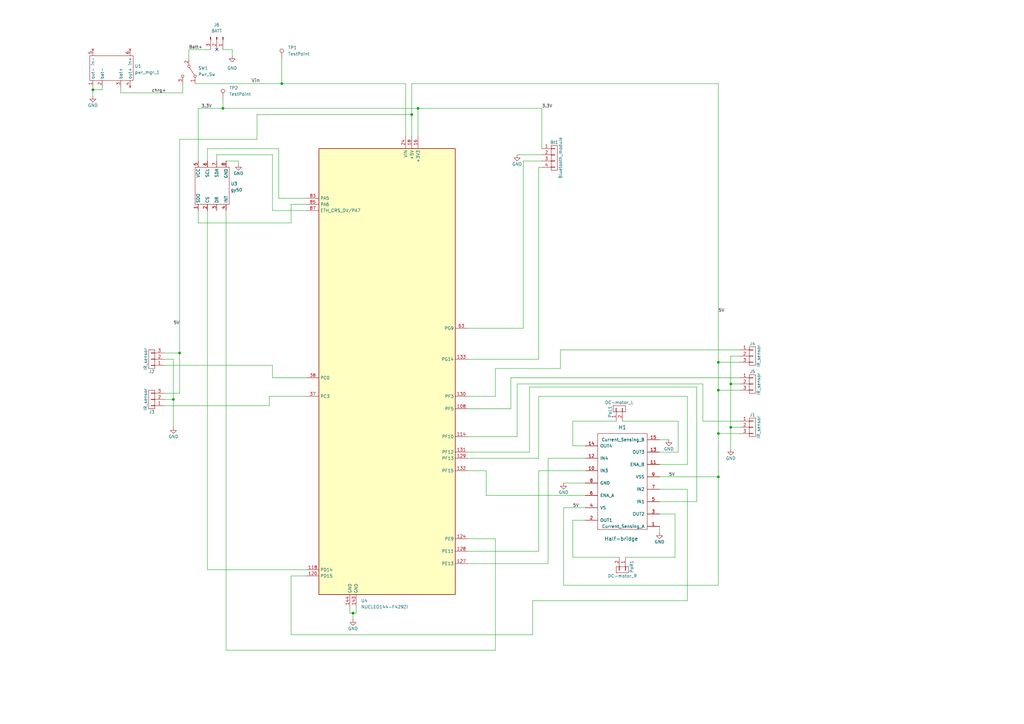
<source format=kicad_sch>
(kicad_sch (version 20211123) (generator eeschema)
  (paper "A3")
  (lib_symbols
    (symbol "Connector:Conn_01x03_Male" (pin_names (offset 1.016) hide)
      (property "Reference" "J" (at 0 5.08 0))
      (property "Value" "Conn_01x03_Male" (at 0 -5.08 0))
      (symbol "Conn_01x03_Male_1_1"
        (polyline (pts (xy 1.27 -2.54) (xy 0.8636 -2.54)) (stroke (width 0.1524)))
        (polyline (pts (xy 1.27 0) (xy 0.8636 0)) (stroke (width 0.1524)))
        (polyline (pts (xy 1.27 2.54) (xy 0.8636 2.54)) (stroke (width 0.1524)))
        (rectangle (start 0.8636 -2.413) (end 0 -2.667) (stroke (width 0.1524)) (fill (type outline)))
        (rectangle (start 0.8636 0.127) (end 0 -0.127) (stroke (width 0.1524)) (fill (type outline)))
        (rectangle (start 0.8636 2.667) (end 0 2.413) (stroke (width 0.1524)) (fill (type outline)))
        (pin passive line (at 5.08 2.54 180) (length 3.81) (name "Pin_1") (number "1"))
        (pin passive line (at 5.08 0 180) (length 3.81) (name "Pin_2") (number "2"))
        (pin passive line (at 5.08 -2.54 180) (length 3.81) (name "Pin_3") (number "3"))
      )
    )
    (symbol "Connector:TestPoint" (pin_numbers hide) (pin_names (offset 0.762) hide)
      (property "Reference" "TP" (at 0 6.858 0))
      (property "Value" "TestPoint" (at 0 5.08 0))
      (symbol "TestPoint_0_1"
        (circle (center 0 3.302) (radius 0.762))
      )
      (symbol "TestPoint_1_1"
        (pin passive line (at 0 0 90) (length 2.54) (name "1") (number "1"))
      )
    )
    (symbol "MCU_Module:NUCLEO144-F429ZI"
      (property "Reference" "U4" (at -4.3306 -93.98 0))
      (property "Value" "NUCLEO144-F429ZI" (at -4.3306 -96.52 0))
      (symbol "NUCLEO144-F429ZI_0_1"
        (rectangle (start -21.59 91.44) (end 34.29 -91.44) (stroke (width 0.254)) (fill (type background)))
      )
      (symbol "NUCLEO144-F429ZI_1_1"
        (pin bidirectional line (at 39.37 -15.24 180) (length 5.08) (name "PF5") (number "108"))
        (pin bidirectional line (at 39.37 -26.67 180) (length 5.08) (name "PF10") (number "114"))
        (pin bidirectional line (at -26.67 -81.28 0) (length 5.08) (name "PD14") (number "118"))
        (pin bidirectional line (at -26.67 -83.82 0) (length 5.08) (name "PD15") (number "120"))
        (pin bidirectional line (at 39.37 -68.58 180) (length 5.08) (name "PE9") (number "124"))
        (pin bidirectional line (at 39.37 -78.74 180) (length 5.08) (name "PE13") (number "127"))
        (pin bidirectional line (at 39.37 -73.66 180) (length 5.08) (name "PE11") (number "128"))
        (pin bidirectional line (at 39.37 -35.56 180) (length 5.08) (name "PF13") (number "129"))
        (pin bidirectional line (at 39.37 -10.16 180) (length 5.08) (name "PF3") (number "130"))
        (pin bidirectional line (at 39.37 -33.02 180) (length 5.08) (name "PF12") (number "131"))
        (pin bidirectional line (at 39.37 -40.64 180) (length 5.08) (name "PF15") (number "132"))
        (pin bidirectional line (at 39.37 5.08 180) (length 5.08) (name "PG14") (number "133"))
        (pin power_in line (at -6.35 -96.52 90) (length 5.08) (name "GND") (number "143"))
        (pin power_in line (at -8.89 -96.52 90) (length 5.08) (name "GND") (number "144"))
        (pin power_in line (at 19.05 96.52 270) (length 5.08) (name "+3V3") (number "16"))
        (pin power_in line (at 16.51 96.52 270) (length 5.08) (name "+5V") (number "18"))
        (pin power_in line (at 13.97 96.52 270) (length 5.08) (name "VIN") (number "24"))
        (pin bidirectional line (at -26.67 -10.16 0) (length 5.08) (name "PC3") (number "37"))
        (pin bidirectional line (at -26.67 -2.54 0) (length 5.08) (name "PC0") (number "38"))
        (pin bidirectional line (at 39.37 17.78 180) (length 5.08) (name "PG9") (number "63"))
        (pin bidirectional line (at -26.67 71.12 0) (length 5.08) (name "PA5") (number "83"))
        (pin bidirectional line (at -26.67 68.58 0) (length 5.08) (name "PA6") (number "85"))
        (pin bidirectional line (at -26.67 66.04 0) (length 5.08) (name "ETH_CRS_DV/PA7") (number "87"))
      )
    )
    (symbol "Switch:SW_SPDT" (pin_names (offset 0) hide)
      (property "Reference" "SW" (at 0 4.318 0))
      (property "Value" "SW_SPDT" (at 0 -5.08 0))
      (symbol "SW_SPDT_0_0"
        (circle (center -2.032 0) (radius 0.508))
        (circle (center 2.032 -2.54) (radius 0.508))
      )
      (symbol "SW_SPDT_0_1"
        (polyline (pts (xy -1.524 0.254) (xy 1.651 2.286)))
        (circle (center 2.032 2.54) (radius 0.508))
      )
      (symbol "SW_SPDT_1_1"
        (pin passive line (at 5.08 2.54 180) (length 2.54) (name "A") (number "1"))
        (pin passive line (at -5.08 0 0) (length 2.54) (name "B") (number "2"))
        (pin passive line (at 5.08 -2.54 180) (length 2.54) (name "C") (number "3"))
      )
    )
    (symbol "ardu_auto2_0-rescue:CONN_01X02-Arduino_shield-rescue" (pin_names (offset 1.016) hide)
      (property "Reference" "J" (at 0 3.81 0))
      (property "Value" "CONN_01X02-Arduino_shield-rescue" (at 2.54 0 90))
      (symbol "CONN_01X02-Arduino_shield-rescue_0_1"
        (rectangle (start -1.27 -1.143) (end 0.254 -1.397))
        (rectangle (start -1.27 1.397) (end 0.254 1.143))
        (rectangle (start -1.27 2.54) (end 1.27 -2.54))
      )
      (symbol "CONN_01X02-Arduino_shield-rescue_1_1"
        (pin passive line (at -5.08 1.27 0) (length 3.81) (name "P1") (number "1"))
        (pin passive line (at -5.08 -1.27 0) (length 3.81) (name "P2") (number "2"))
      )
    )
    (symbol "ardu_auto2_0-rescue:CONN_01X03-Arduino_shield-rescue" (pin_names (offset 1.016) hide)
      (property "Reference" "J" (at 0 5.08 0))
      (property "Value" "CONN_01X03-Arduino_shield-rescue" (at 2.54 0 90))
      (symbol "CONN_01X03-Arduino_shield-rescue_0_1"
        (rectangle (start -1.27 -2.413) (end 0.254 -2.667))
        (rectangle (start -1.27 0.127) (end 0.254 -0.127))
        (rectangle (start -1.27 2.667) (end 0.254 2.413))
        (rectangle (start -1.27 3.81) (end 1.27 -3.81))
      )
      (symbol "CONN_01X03-Arduino_shield-rescue_1_1"
        (pin passive line (at -5.08 2.54 0) (length 3.81) (name "P1") (number "1"))
        (pin passive line (at -5.08 0 0) (length 3.81) (name "P2") (number "2"))
        (pin passive line (at -5.08 -2.54 0) (length 3.81) (name "P3") (number "3"))
      )
    )
    (symbol "ardu_auto2_0-rescue:CONN_01X04-Arduino_shield-rescue" (pin_names (offset 1.016) hide)
      (property "Reference" "J" (at 0 6.35 0))
      (property "Value" "CONN_01X04-Arduino_shield-rescue" (at 2.54 0 90))
      (symbol "CONN_01X04-Arduino_shield-rescue_0_1"
        (rectangle (start -1.27 -3.683) (end 0.254 -3.937))
        (rectangle (start -1.27 -1.143) (end 0.254 -1.397))
        (rectangle (start -1.27 1.397) (end 0.254 1.143))
        (rectangle (start -1.27 3.937) (end 0.254 3.683))
        (rectangle (start -1.27 5.08) (end 1.27 -5.08))
      )
      (symbol "CONN_01X04-Arduino_shield-rescue_1_1"
        (pin passive line (at -5.08 3.81 0) (length 3.81) (name "P1") (number "1"))
        (pin passive line (at -5.08 1.27 0) (length 3.81) (name "P2") (number "2"))
        (pin passive line (at -5.08 -1.27 0) (length 3.81) (name "P3") (number "3"))
        (pin passive line (at -5.08 -3.81 0) (length 3.81) (name "P4") (number "4"))
      )
    )
    (symbol "ardu_auto2_0-rescue:Half-bridge-Arduino_shield-rescue" (pin_names (offset 1.016))
      (property "Reference" "U" (at -15.24 40.64 0))
      (property "Value" "Half-bridge-Arduino_shield-rescue" (at -13.97 -5.08 0))
      (symbol "Half-bridge-Arduino_shield-rescue_0_1"
        (rectangle (start -25.4 38.1) (end -5.08 -1.27))
      )
      (symbol "Half-bridge-Arduino_shield-rescue_1_1"
        (pin input line (at 0 0 180) (length 5.08) (name "Current_Sensing_A") (number "1"))
        (pin input line (at -30.48 22.86 0) (length 5.08) (name "IN3") (number "10"))
        (pin input line (at 0 25.4 180) (length 5.08) (name "ENA_B") (number "11"))
        (pin input line (at -30.48 27.94 0) (length 5.08) (name "IN4") (number "12"))
        (pin input line (at 0 30.48 180) (length 5.08) (name "OUT3") (number "13"))
        (pin input line (at -30.48 33.02 0) (length 5.08) (name "OUT4") (number "14"))
        (pin input line (at 0 35.56 180) (length 5.08) (name "Current_Sensing_B") (number "15"))
        (pin input line (at -30.48 2.54 0) (length 5.08) (name "OUT1") (number "2"))
        (pin input line (at 0 5.08 180) (length 5.08) (name "OUT2") (number "3"))
        (pin input line (at -30.48 7.62 0) (length 5.08) (name "VS") (number "4"))
        (pin input line (at 0 10.16 180) (length 5.08) (name "IN1") (number "5"))
        (pin input line (at -30.48 12.7 0) (length 5.08) (name "ENA_A") (number "6"))
        (pin input line (at 0 15.24 180) (length 5.08) (name "IN2") (number "7"))
        (pin input line (at -30.48 17.78 0) (length 5.08) (name "GND") (number "8"))
        (pin input line (at 0 20.32 180) (length 5.08) (name "VSS") (number "9"))
      )
    )
    (symbol "power:GND" (power) (pin_names (offset 0))
      (property "Value" "GND" (at 0 -3.81 0))
      (symbol "GND_0_1"
        (polyline (pts (xy 0 0) (xy 0 -1.27) (xy 1.27 -1.27) (xy 0 -2.54) (xy -1.27 -1.27) (xy 0 -1.27)))
      )
      (symbol "GND_1_1"
        (pin power_in line (at 0 0 270) (length 0) hide (name "GND") (number "1"))
      )
    )
    (symbol "pwr_mgr:gy50"
      (property "Reference" "U3" (at 13.335 10.9947 0))
      (property "Value" "gy50" (at 13.335 8.4578 0))
      (symbol "gy50_0_1"
        (rectangle (start -1.27 17.78) (end 12.7 2.54))
      )
      (symbol "gy50_1_1"
        (pin output line (at 0 0 90) (length 2.54) (name "SDO") (number "1"))
        (pin output line (at 3.81 0 90) (length 2.54) (name "CS") (number "2"))
        (pin output line (at 7.62 0 90) (length 2.54) (name "DR") (number "3"))
        (pin output line (at 11.43 0 90) (length 2.54) (name "INT") (number "4"))
        (pin input line (at 0 20.32 270) (length 2.54) (name "VCC") (number "5"))
        (pin input line (at 3.81 20.32 270) (length 2.54) (name "SCL") (number "6"))
        (pin bidirectional line (at 7.62 20.32 270) (length 2.54) (name "SDA") (number "7"))
        (pin bidirectional line (at 11.43 20.32 270) (length 2.54) (name "GND") (number "8"))
      )
    )
    (symbol "pwr_mgr:pwr_mgr_1"
      (property "Reference" "U1" (at 17.145 8.4547 0))
      (property "Value" "pwr_mgr_1" (at 17.145 5.9178 0))
      (symbol "pwr_mgr_1_0_1"
        (rectangle (start -1.27 12.7) (end 16.51 2.54))
      )
      (symbol "pwr_mgr_1_1_1"
        (pin bidirectional line (at 0 0 90) (length 2.54) (name "out-") (number "1"))
        (pin power_out line (at 3.81 0 90) (length 2.54) (name "bat-") (number "2"))
        (pin output line (at 11.43 0 90) (length 2.54) (name "bat+") (number "3"))
        (pin no_connect line (at 15.24 0 90) (length 2.54) (name "out+") (number "4"))
        (pin no_connect line (at 0 15.24 270) (length 2.54) (name "in-") (number "5"))
        (pin no_connect line (at 15.24 15.24 270) (length 2.54) (name "in+") (number "6"))
      )
    )
  )
  (junction (at 294.64 177.8))
  (junction (at 73.66 144.78))
  (junction (at 168.91 46.99))
  (junction (at 299.72 157.48))
  (junction (at 294.64 195.58))
  (junction (at 71.12 163.83))
  (junction (at 171.45 44.45))
  (junction (at 294.64 160.02))
  (junction (at 91.44 44.45))
  (junction (at 115.57 34.29))
  (junction (at 144.78 251.46))
  (junction (at 294.64 148.59))
  (junction (at 38.1 36.83))
  (junction (at 299.72 175.26))
  (no_connect (at 88.9 20.32))
  (wire (pts (xy 231.14 208.28) (xy 240.03 208.28)))
  (wire (pts (xy 88.9 63.5) (xy 111.76 63.5)))
  (wire (pts (xy 270.51 185.42) (xy 278.13 185.42)))
  (wire (pts (xy 294.64 34.29) (xy 294.64 148.59)))
  (wire (pts (xy 67.31 149.86) (xy 111.76 149.86)))
  (wire (pts (xy 81.28 44.45) (xy 81.28 66.04)))
  (wire (pts (xy 294.64 34.29) (xy 168.91 34.29)))
  (wire (pts (xy 255.27 172.72) (xy 278.13 172.72)))
  (wire (pts (xy 67.31 163.83) (xy 71.12 163.83)))
  (wire (pts (xy 67.31 166.37) (xy 110.49 166.37)))
  (wire (pts (xy 92.71 66.04) (xy 97.79 66.04)))
  (wire (pts (xy 270.51 205.74) (xy 285.75 205.74)))
  (wire (pts (xy 270.51 195.58) (xy 294.64 195.58)))
  (wire (pts (xy 71.12 163.83) (xy 71.12 175.26)))
  (wire (pts (xy 49.53 38.1) (xy 74.93 38.1)))
  (wire (pts (xy 224.79 231.14) (xy 191.77 231.14)))
  (wire (pts (xy 234.95 213.36) (xy 240.03 213.36)))
  (wire (pts (xy 224.79 187.96) (xy 224.79 231.14)))
  (wire (pts (xy 85.09 60.96) (xy 114.3 60.96)))
  (wire (pts (xy 77.47 24.13) (xy 77.47 20.32)))
  (wire (pts (xy 92.71 266.7) (xy 203.2 266.7)))
  (wire (pts (xy 199.39 203.2) (xy 199.39 193.04)))
  (wire (pts (xy 303.53 154.94) (xy 209.55 154.94)))
  (wire (pts (xy 73.66 57.15) (xy 105.41 57.15)))
  (wire (pts (xy 270.51 215.9) (xy 270.51 218.44)))
  (wire (pts (xy 166.37 55.88) (xy 166.37 34.29)))
  (wire (pts (xy 81.28 86.36) (xy 81.28 91.44)))
  (wire (pts (xy 77.47 20.32) (xy 86.36 20.32)))
  (wire (pts (xy 229.87 151.13) (xy 203.2 151.13)))
  (wire (pts (xy 67.31 147.32) (xy 71.12 147.32)))
  (wire (pts (xy 288.29 157.48) (xy 212.09 157.48)))
  (wire (pts (xy 294.64 160.02) (xy 303.53 160.02)))
  (wire (pts (xy 220.98 147.32) (xy 191.77 147.32)))
  (wire (pts (xy 168.91 46.99) (xy 168.91 55.88)))
  (wire (pts (xy 294.64 148.59) (xy 303.53 148.59)))
  (wire (pts (xy 254 228.6) (xy 234.95 228.6)))
  (wire (pts (xy 218.44 246.38) (xy 218.44 260.35)))
  (wire (pts (xy 299.72 175.26) (xy 299.72 184.15)))
  (wire (pts (xy 111.76 63.5) (xy 111.76 86.36)))
  (wire (pts (xy 144.78 251.46) (xy 144.78 254)))
  (wire (pts (xy 91.44 44.45) (xy 171.45 44.45)))
  (wire (pts (xy 222.25 44.45) (xy 171.45 44.45)))
  (wire (pts (xy 218.44 260.35) (xy 119.38 260.35)))
  (wire (pts (xy 92.71 86.36) (xy 92.71 266.7)))
  (wire (pts (xy 95.25 20.32) (xy 95.25 22.86)))
  (wire (pts (xy 220.98 162.56) (xy 220.98 187.96)))
  (wire (pts (xy 294.64 177.8) (xy 294.64 195.58)))
  (wire (pts (xy 299.72 157.48) (xy 303.53 157.48)))
  (wire (pts (xy 252.73 172.72) (xy 234.95 172.72)))
  (wire (pts (xy 146.05 251.46) (xy 144.78 251.46)))
  (wire (pts (xy 85.09 60.96) (xy 85.09 66.04)))
  (wire (pts (xy 114.3 60.96) (xy 114.3 81.28)))
  (wire (pts (xy 229.87 143.51) (xy 303.53 143.51)))
  (wire (pts (xy 91.44 40.64) (xy 91.44 44.45)))
  (wire (pts (xy 111.76 149.86) (xy 111.76 154.94)))
  (wire (pts (xy 234.95 172.72) (xy 234.95 182.88)))
  (wire (pts (xy 217.17 158.75) (xy 217.17 185.42)))
  (wire (pts (xy 119.38 91.44) (xy 119.38 83.82)))
  (wire (pts (xy 91.44 20.32) (xy 95.25 20.32)))
  (wire (pts (xy 80.01 34.29) (xy 115.57 34.29)))
  (wire (pts (xy 212.09 63.5) (xy 222.25 63.5)))
  (wire (pts (xy 240.03 203.2) (xy 199.39 203.2)))
  (wire (pts (xy 191.77 179.07) (xy 212.09 179.07)))
  (wire (pts (xy 234.95 228.6) (xy 234.95 213.36)))
  (wire (pts (xy 220.98 68.58) (xy 220.98 147.32)))
  (wire (pts (xy 299.72 175.26) (xy 303.53 175.26)))
  (wire (pts (xy 209.55 167.64) (xy 191.77 167.64)))
  (wire (pts (xy 71.12 147.32) (xy 71.12 163.83)))
  (wire (pts (xy 214.63 134.62) (xy 191.77 134.62)))
  (wire (pts (xy 114.3 81.28) (xy 125.73 81.28)))
  (wire (pts (xy 276.86 228.6) (xy 276.86 210.82)))
  (wire (pts (xy 38.1 36.83) (xy 38.1 39.37)))
  (wire (pts (xy 294.64 148.59) (xy 294.64 160.02)))
  (wire (pts (xy 146.05 248.92) (xy 146.05 251.46)))
  (wire (pts (xy 234.95 182.88) (xy 240.03 182.88)))
  (wire (pts (xy 281.94 200.66) (xy 281.94 246.38)))
  (wire (pts (xy 143.51 248.92) (xy 143.51 251.46)))
  (wire (pts (xy 217.17 185.42) (xy 191.77 185.42)))
  (wire (pts (xy 212.09 157.48) (xy 212.09 179.07)))
  (wire (pts (xy 278.13 185.42) (xy 278.13 172.72)))
  (wire (pts (xy 105.41 46.99) (xy 168.91 46.99)))
  (wire (pts (xy 199.39 193.04) (xy 191.77 193.04)))
  (wire (pts (xy 119.38 260.35) (xy 119.38 236.22)))
  (wire (pts (xy 41.91 36.83) (xy 38.1 36.83)))
  (wire (pts (xy 222.25 66.04) (xy 214.63 66.04)))
  (wire (pts (xy 299.72 146.05) (xy 299.72 157.48)))
  (wire (pts (xy 270.51 180.34) (xy 274.32 180.34)))
  (wire (pts (xy 119.38 83.82) (xy 125.73 83.82)))
  (wire (pts (xy 125.73 233.68) (xy 85.09 233.68)))
  (wire (pts (xy 110.49 162.56) (xy 125.73 162.56)))
  (wire (pts (xy 171.45 44.45) (xy 171.45 55.88)))
  (wire (pts (xy 81.28 44.45) (xy 91.44 44.45)))
  (wire (pts (xy 41.91 35.56) (xy 41.91 36.83)))
  (wire (pts (xy 229.87 143.51) (xy 229.87 151.13)))
  (wire (pts (xy 67.31 161.29) (xy 73.66 161.29)))
  (wire (pts (xy 220.98 226.06) (xy 191.77 226.06)))
  (wire (pts (xy 88.9 66.04) (xy 88.9 63.5)))
  (wire (pts (xy 168.91 34.29) (xy 168.91 46.99)))
  (wire (pts (xy 288.29 172.72) (xy 303.53 172.72)))
  (wire (pts (xy 119.38 236.22) (xy 125.73 236.22)))
  (wire (pts (xy 73.66 144.78) (xy 73.66 161.29)))
  (wire (pts (xy 281.94 246.38) (xy 218.44 246.38)))
  (wire (pts (xy 143.51 251.46) (xy 144.78 251.46)))
  (wire (pts (xy 231.14 198.12) (xy 240.03 198.12)))
  (wire (pts (xy 214.63 66.04) (xy 214.63 134.62)))
  (wire (pts (xy 209.55 154.94) (xy 209.55 167.64)))
  (wire (pts (xy 270.51 200.66) (xy 281.94 200.66)))
  (wire (pts (xy 110.49 166.37) (xy 110.49 162.56)))
  (wire (pts (xy 115.57 24.13) (xy 115.57 34.29)))
  (wire (pts (xy 49.53 35.56) (xy 49.53 38.1)))
  (wire (pts (xy 222.25 60.96) (xy 222.25 44.45)))
  (wire (pts (xy 285.75 158.75) (xy 217.17 158.75)))
  (wire (pts (xy 294.64 177.8) (xy 303.53 177.8)))
  (wire (pts (xy 276.86 210.82) (xy 270.51 210.82)))
  (wire (pts (xy 97.79 66.04) (xy 97.79 67.31)))
  (wire (pts (xy 85.09 233.68) (xy 85.09 86.36)))
  (wire (pts (xy 111.76 86.36) (xy 125.73 86.36)))
  (wire (pts (xy 299.72 157.48) (xy 299.72 175.26)))
  (wire (pts (xy 281.94 162.56) (xy 220.98 162.56)))
  (wire (pts (xy 73.66 57.15) (xy 73.66 144.78)))
  (wire (pts (xy 111.76 154.94) (xy 125.73 154.94)))
  (wire (pts (xy 231.14 240.03) (xy 231.14 208.28)))
  (wire (pts (xy 303.53 146.05) (xy 299.72 146.05)))
  (wire (pts (xy 270.51 190.5) (xy 281.94 190.5)))
  (wire (pts (xy 288.29 172.72) (xy 288.29 157.48)))
  (wire (pts (xy 222.25 68.58) (xy 220.98 68.58)))
  (wire (pts (xy 256.54 228.6) (xy 276.86 228.6)))
  (wire (pts (xy 240.03 187.96) (xy 224.79 187.96)))
  (wire (pts (xy 203.2 151.13) (xy 203.2 162.56)))
  (wire (pts (xy 220.98 187.96) (xy 191.77 187.96)))
  (wire (pts (xy 285.75 205.74) (xy 285.75 158.75)))
  (wire (pts (xy 203.2 220.98) (xy 191.77 220.98)))
  (wire (pts (xy 240.03 193.04) (xy 220.98 193.04)))
  (wire (pts (xy 38.1 35.56) (xy 38.1 36.83)))
  (wire (pts (xy 74.93 38.1) (xy 74.93 34.29)))
  (wire (pts (xy 294.64 195.58) (xy 294.64 240.03)))
  (wire (pts (xy 203.2 266.7) (xy 203.2 220.98)))
  (wire (pts (xy 294.64 160.02) (xy 294.64 177.8)))
  (wire (pts (xy 281.94 190.5) (xy 281.94 162.56)))
  (wire (pts (xy 166.37 34.29) (xy 115.57 34.29)))
  (wire (pts (xy 81.28 91.44) (xy 119.38 91.44)))
  (wire (pts (xy 105.41 57.15) (xy 105.41 46.99)))
  (wire (pts (xy 67.31 144.78) (xy 73.66 144.78)))
  (wire (pts (xy 294.64 240.03) (xy 231.14 240.03)))
  (wire (pts (xy 203.2 162.56) (xy 191.77 162.56)))
  (wire (pts (xy 220.98 193.04) (xy 220.98 226.06)))
  (label "3.3V" (at 82.55 44.45 0))
  (label "5V" (at 294.64 128.27 0))
  (label "Vin" (at 106.68 34.29 180) (effects (font (size 1.524 1.524))))
  (label "5V" (at 274.32 195.58 0))
  (label "3.3V" (at 222.25 44.45 0))
  (label "Batt+" (at 77.47 20.32 0))
  (label "5V" (at 234.95 208.28 0))
  (label "5V" (at 73.66 133.35 180))
  (label "chrg+" (at 62.23 38.1 0))
  (symbol (lib_id "ardu_auto2_0-rescue:CONN_01X02-Arduino_shield-rescue") (at 255.27 233.68 270) (unit 1)
    (property "Reference" "PoR1" (at 259.08 232.41 0))
    (property "Value" "DC-motor_R" (at 255.27 236.22 90))
    (property "Footprint" "Connector_PinHeader_2.54mm:PinHeader_1x02_P2.54mm_Horizontal" (effects hide))
  )
  (symbol (lib_id "power:GND") (at 299.72 184.15 0) (unit 1)
    (property "Reference" "#PWR0112" (effects hide))
    (property "Value" "GND" (at 299.72 187.96 0))
  )
  (symbol (lib_id "ardu_auto2_0-rescue:CONN_01X03-Arduino_shield-rescue") (at 308.61 146.05 0) (unit 1)
    (property "Reference" "J4" (at 308.61 140.97 0))
    (property "Value" "IR_sensor" (at 311.15 146.05 90))
    (property "Footprint" "Connector_PinHeader_2.54mm:PinHeader_1x03_P2.54mm_Vertical" (effects hide))
  )
  (symbol (lib_id "power:GND") (at 97.79 67.31 0) (unit 1)
    (property "Reference" "#PWR0101" (effects hide))
    (property "Value" "GND" (at 97.79 71.12 0))
  )
  (symbol (lib_id "Switch:SW_SPDT") (at 77.47 29.21 270) (unit 1)
    (property "Reference" "SW1" (at 81.28 27.9399 90) (effects (justify left)))
    (property "Value" "Pwr_Sw" (at 81.28 30.4799 90) (effects (justify left)))
    (property "Footprint" "Omat:SPDT" (effects hide))
  )
  (symbol (lib_id "power:GND") (at 212.09 63.5 0) (unit 1)
    (property "Reference" "#PWR0108" (effects hide))
    (property "Value" "GND" (at 212.09 67.31 0))
  )
  (symbol (lib_id "pwr_mgr:pwr_mgr_1") (at 38.1 35.56 0) (unit 1)
    (property "Reference" "U1" (at 55.245 27.1053 0) (effects (justify left)))
    (property "Value" "pwr_mgr_1" (at 55.245 29.6422 0) (effects (justify left)))
    (property "Footprint" "Omat:TPS4056" (effects hide))
  )
  (symbol (lib_id "power:GND") (at 231.14 198.12 0) (unit 1)
    (property "Reference" "#PWR0109" (effects hide))
    (property "Value" "GND" (at 231.14 201.93 0))
  )
  (symbol (lib_id "pwr_mgr:gy50") (at 81.28 86.36 0) (unit 1)
    (property "Reference" "U3" (at 94.615 75.3653 0) (effects (justify left)))
    (property "Value" "gy50" (at 94.615 77.9022 0) (effects (justify left)))
    (property "Footprint" "Omat:GY-50" (effects hide))
  )
  (symbol (lib_id "ardu_auto2_0-rescue:Half-bridge-Arduino_shield-rescue") (at 270.51 215.9 0) (unit 1)
    (property "Reference" "H1" (at 255.27 175.26 0) (effects (font (size 1.524 1.524))))
    (property "Value" "Half-bridge" (at 254.8128 220.98 0) (effects (font (size 1.524 1.524))))
    (property "Footprint" "Omat:L298HN" (effects hide))
  )
  (symbol (lib_id "power:GND") (at 144.78 254 0) (unit 1)
    (property "Reference" "#PWR0106" (effects hide))
    (property "Value" "GND" (at 144.78 257.81 0))
  )
  (symbol (lib_id "Connector:TestPoint") (at 91.44 40.64 0) (unit 1)
    (property "Reference" "TP2" (at 93.98 36.0679 0) (effects (justify left)))
    (property "Value" "TestPoint" (at 93.98 38.6079 0) (effects (justify left)))
    (property "Footprint" "Connector_Pin:Pin_D0.7mm_L6.5mm_W1.8mm_FlatFork" (effects hide))
  )
  (symbol (lib_id "power:GND") (at 95.25 22.86 0) (unit 1)
    (property "Reference" "#PWR0102" (effects hide))
    (property "Value" "GND" (at 95.25 27.94 0))
  )
  (symbol (lib_id "ardu_auto2_0-rescue:CONN_01X03-Arduino_shield-rescue") (at 62.23 163.83 180) (unit 1)
    (property "Reference" "J3" (at 62.23 168.91 0))
    (property "Value" "IR_sensor" (at 59.69 163.83 90))
    (property "Footprint" "Connector_PinHeader_2.54mm:PinHeader_1x03_P2.54mm_Vertical" (effects hide))
  )
  (symbol (lib_id "ardu_auto2_0-rescue:CONN_01X03-Arduino_shield-rescue") (at 62.23 147.32 180) (unit 1)
    (property "Reference" "J2" (at 62.23 152.4 0))
    (property "Value" "IR_sensor" (at 59.69 147.32 90))
    (property "Footprint" "Connector_PinHeader_2.54mm:PinHeader_1x03_P2.54mm_Vertical" (effects hide))
  )
  (symbol (lib_id "Connector:TestPoint") (at 115.57 24.13 0) (unit 1)
    (property "Reference" "TP1" (at 118.11 19.5579 0) (effects (justify left)))
    (property "Value" "TestPoint" (at 118.11 22.0979 0) (effects (justify left)))
    (property "Footprint" "Connector_Pin:Pin_D0.7mm_L6.5mm_W1.8mm_FlatFork" (effects hide))
  )
  (symbol (lib_id "ardu_auto2_0-rescue:CONN_01X04-Arduino_shield-rescue") (at 227.33 64.77 0) (unit 1)
    (property "Reference" "Bt1" (at 227.33 58.42 0))
    (property "Value" "Bluetooth_module" (at 229.87 64.77 90))
    (property "Footprint" "Connector_PinHeader_2.54mm:PinHeader_1x04_P2.54mm_Vertical" (effects hide))
  )
  (symbol (lib_id "MCU_Module:NUCLEO144-F429ZI") (at 152.4 152.4 0) (unit 1)
    (property "Reference" "U4" (at 148.0694 246.38 0) (effects (justify left)))
    (property "Value" "NUCLEO144-F429ZI" (at 148.0694 248.92 0) (effects (justify left)))
    (property "Footprint" "Omat:ST_Morpho_Connector_144_STLink_MountingHoles_modded" (effects hide))
    (property "Datasheet" "http://www.st.com/content/ccc/resource/technical/document/data_brief/group0/7b/df/1d/e9/64/55/43/8d/DM00247910/files/DM00247910.pdf/jcr:content/translations/en.DM00247910.pdf" (effects hide))
  )
  (symbol (lib_id "Connector:Conn_01x03_Male") (at 88.9 15.24 270) (unit 1)
    (property "Reference" "J6" (at 88.9 10.16 90))
    (property "Value" "BATT" (at 88.9 12.7 90))
    (property "Footprint" "Omat:Connector_3pin" (effects hide))
  )
  (symbol (lib_id "ardu_auto2_0-rescue:CONN_01X02-Arduino_shield-rescue") (at 254 167.64 90) (unit 1)
    (property "Reference" "PoL1" (at 250.19 168.91 0))
    (property "Value" "DC-motor_L" (at 254 165.1 90))
    (property "Footprint" "Connector_PinHeader_2.54mm:PinHeader_1x02_P2.54mm_Horizontal" (effects hide))
  )
  (symbol (lib_id "ardu_auto2_0-rescue:CONN_01X03-Arduino_shield-rescue") (at 308.61 157.48 0) (unit 1)
    (property "Reference" "J5" (at 308.61 152.4 0))
    (property "Value" "IR_sensor" (at 311.15 157.48 90))
    (property "Footprint" "Connector_PinHeader_2.54mm:PinHeader_1x03_P2.54mm_Vertical" (effects hide))
  )
  (symbol (lib_id "power:GND") (at 274.32 180.34 0) (unit 1)
    (property "Reference" "#PWR0111" (effects hide))
    (property "Value" "GND" (at 274.32 184.15 0))
  )
  (symbol (lib_id "ardu_auto2_0-rescue:CONN_01X03-Arduino_shield-rescue") (at 308.61 175.26 0) (unit 1)
    (property "Reference" "J1" (at 308.61 170.18 0))
    (property "Value" "IR_sensor" (at 311.15 175.26 90))
    (property "Footprint" "Connector_PinHeader_2.54mm:PinHeader_1x03_P2.54mm_Vertical" (effects hide))
  )
  (symbol (lib_id "power:GND") (at 71.12 175.26 0) (unit 1)
    (property "Reference" "#PWR0104" (effects hide))
    (property "Value" "GND" (at 71.12 179.07 0))
  )
  (symbol (lib_id "power:GND") (at 270.51 218.44 0) (unit 1)
    (property "Reference" "#PWR0110" (effects hide))
    (property "Value" "GND" (at 270.51 222.25 0))
  )
  (symbol (lib_id "power:GND") (at 38.1 39.37 0) (unit 1)
    (property "Reference" "#PWR0103" (effects hide))
    (property "Value" "GND" (at 38.1 43.18 0))
  )
)
</source>
